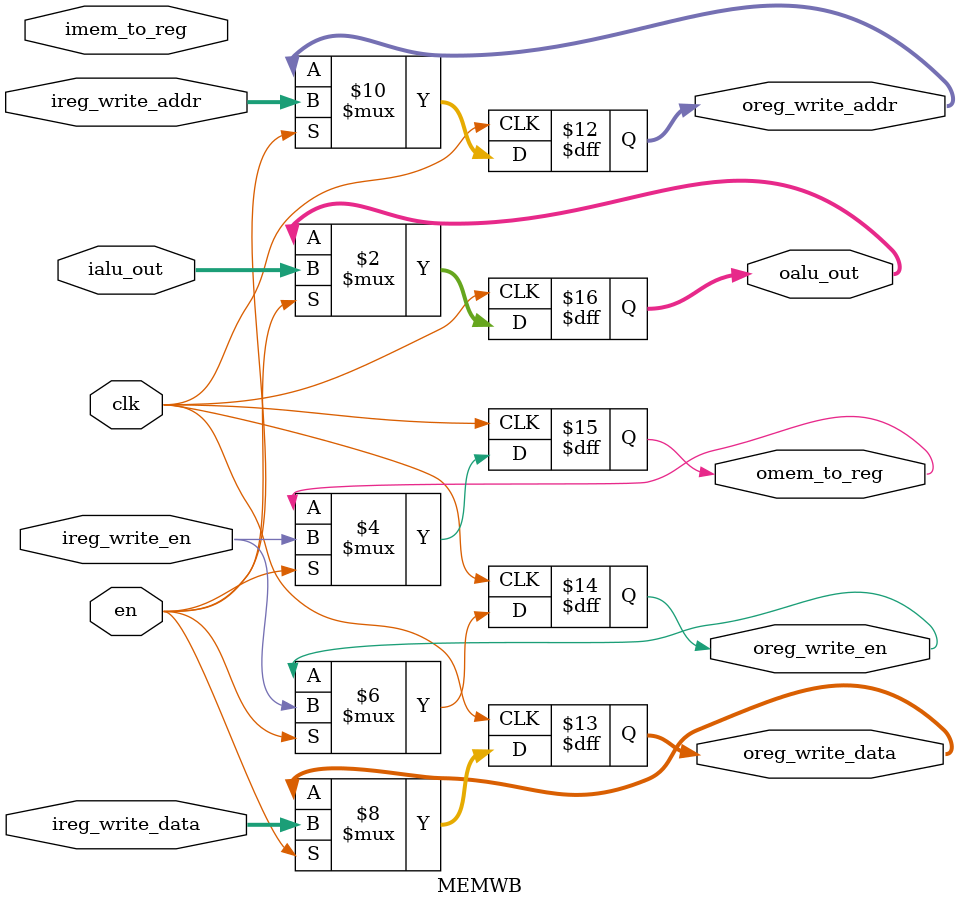
<source format=v>
module MEMWB (
    input  clk,
    input  en,
    input  [3:0] ireg_write_addr,
    input  [7:0] ireg_write_data,
    input  ireg_write_en,
    input  imem_to_reg,
    input  [7:0] ialu_out,
    output reg [3:0] oreg_write_addr,
    output reg [7:0] oreg_write_data,
    output reg oreg_write_en,
    output reg omem_to_reg,
    output reg [7:0] oalu_out
);

  always @(posedge (clk)) begin
    if (en) begin
      oreg_write_addr <= ireg_write_addr;
      oreg_write_data <= ireg_write_data;
      oreg_write_en <= ireg_write_en;
      omem_to_reg <= ireg_write_en;
      oalu_out <= ialu_out;
    end
  end


endmodule
</source>
